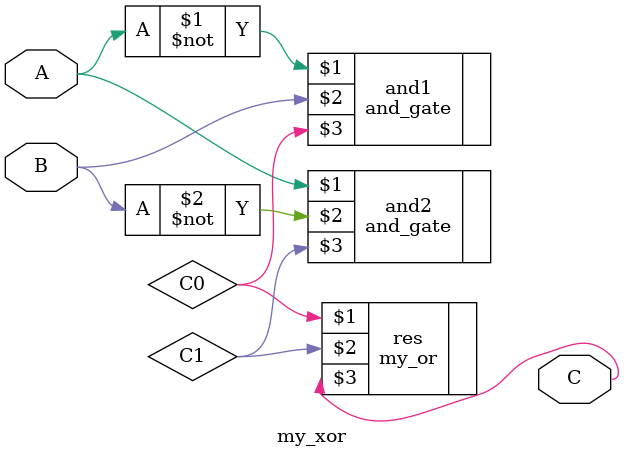
<source format=v>
`timescale 1ns / 1ps

module my_xor(
    input A,
    input B,
    output C
    );
wire C0, C1;
and_gate and1(~A, B, C0);
and_gate and2(A, ~B, C1);
my_or res(C0, C1, C);

endmodule

</source>
